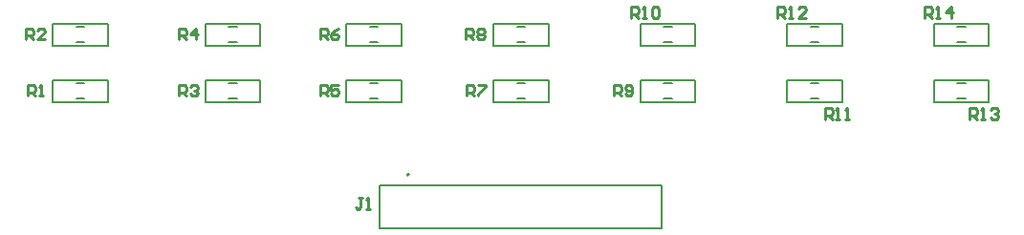
<source format=gto>
G04*
G04 #@! TF.GenerationSoftware,Altium Limited,Altium Designer,24.1.2 (44)*
G04*
G04 Layer_Color=65535*
%FSTAX44Y44*%
%MOMM*%
G71*
G04*
G04 #@! TF.SameCoordinates,3538205F-3925-4055-AE4A-FF41BFCD8782*
G04*
G04*
G04 #@! TF.FilePolarity,Positive*
G04*
G01*
G75*
%ADD10C,0.2000*%
%ADD11C,0.1270*%
%ADD12C,0.2540*%
D10*
X00451Y00096D02*
G03*
X00451Y00096I-00001J0D01*
G01*
X00785616Y00210094D02*
Y00222032D01*
Y00210094D02*
X00834384D01*
Y00229906D01*
X00806444Y00226604D02*
X00813556D01*
X00806444Y00213142D02*
X00813556D01*
X00785616Y00229906D02*
X00834384D01*
X00785616Y00222032D02*
Y00229906D01*
Y00160094D02*
Y00172032D01*
Y00160094D02*
X00834384D01*
Y00179906D01*
X00806444Y00176604D02*
X00813556D01*
X00806444Y00163142D02*
X00813556D01*
X00785616Y00179906D02*
X00834384D01*
X00785616Y00172032D02*
Y00179906D01*
X00135616Y00210094D02*
Y00222032D01*
Y00210094D02*
X00184384D01*
Y00229906D01*
X00156444Y00226604D02*
X00163556D01*
X00156444Y00213142D02*
X00163556D01*
X00135616Y00229906D02*
X00184384D01*
X00135616Y00222032D02*
Y00229906D01*
X00270616Y00160094D02*
Y00172032D01*
Y00160094D02*
X00319384D01*
Y00179906D01*
X00291444Y00176604D02*
X00298556D01*
X00291444Y00163142D02*
X00298556D01*
X00270616Y00179906D02*
X00319384D01*
X00270616Y00172032D02*
Y00179906D01*
Y00210094D02*
Y00222032D01*
Y00210094D02*
X00319384D01*
Y00229906D01*
X00291444Y00226604D02*
X00298556D01*
X00291444Y00213142D02*
X00298556D01*
X00270616Y00229906D02*
X00319384D01*
X00270616Y00222032D02*
Y00229906D01*
X00915616Y00210094D02*
Y00222032D01*
Y00210094D02*
X00964384D01*
Y00229906D01*
X00936444Y00226604D02*
X00943556D01*
X00936444Y00213142D02*
X00943556D01*
X00915616Y00229906D02*
X00964384D01*
X00915616Y00222032D02*
Y00229906D01*
Y00160094D02*
Y00172032D01*
Y00160094D02*
X00964384D01*
Y00179906D01*
X00936444Y00176604D02*
X00943556D01*
X00936444Y00163142D02*
X00943556D01*
X00915616Y00179906D02*
X00964384D01*
X00915616Y00172032D02*
Y00179906D01*
X00655616Y00210094D02*
Y00222032D01*
Y00210094D02*
X00704384D01*
Y00229906D01*
X00676444Y00226604D02*
X00683556D01*
X00676444Y00213142D02*
X00683556D01*
X00655616Y00229906D02*
X00704384D01*
X00655616Y00222032D02*
Y00229906D01*
X00655616Y00160094D02*
Y00172032D01*
Y00160094D02*
X00704384D01*
Y00179906D01*
X00676444Y00176604D02*
X00683556D01*
X00676444Y00163142D02*
X00683556D01*
X00655616Y00179906D02*
X00704384D01*
X00655616Y00172032D02*
Y00179906D01*
X00525616Y00210094D02*
Y00222032D01*
Y00210094D02*
X00574384D01*
Y00229906D01*
X00546444Y00226604D02*
X00553556D01*
X00546444Y00213142D02*
X00553556D01*
X00525616Y00229906D02*
X00574384D01*
X00525616Y00222032D02*
Y00229906D01*
Y00160094D02*
Y00172032D01*
Y00160094D02*
X00574384D01*
Y00179906D01*
X00546444Y00176604D02*
X00553556D01*
X00546444Y00163142D02*
X00553556D01*
X00525616Y00179906D02*
X00574384D01*
X00525616Y00172032D02*
Y00179906D01*
X00395616Y00210094D02*
Y00222032D01*
Y00210094D02*
X00444384D01*
Y00229906D01*
X00416444Y00226604D02*
X00423556D01*
X00416444Y00213142D02*
X00423556D01*
X00395616Y00229906D02*
X00444384D01*
X00395616Y00222032D02*
Y00229906D01*
Y00160094D02*
Y00172032D01*
Y00160094D02*
X00444384D01*
Y00179906D01*
X00416444Y00176604D02*
X00423556D01*
X00416444Y00163142D02*
X00423556D01*
X00395616Y00179906D02*
X00444384D01*
X00395616Y00172032D02*
Y00179906D01*
X00135616Y00160094D02*
Y00172032D01*
Y00160094D02*
X00184384D01*
Y00179906D01*
X00156444Y00176604D02*
X00163556D01*
X00156444Y00163142D02*
X00163556D01*
X00135616Y00179906D02*
X00184384D01*
X00135616Y00172032D02*
Y00179906D01*
D11*
X00425Y00048D02*
Y00086D01*
X00675D01*
Y00048D02*
Y00086D01*
X00425Y00048D02*
X00675D01*
D12*
X00907504Y00235002D02*
Y00244998D01*
X00912502D01*
X00914168Y00243332D01*
Y0024D01*
X00912502Y00238334D01*
X00907504D01*
X00910836D02*
X00914168Y00235002D01*
X00917501D02*
X00920833D01*
X00919167D01*
Y00244998D01*
X00917501Y00243332D01*
X0093083Y00235002D02*
Y00244998D01*
X00925831Y0024D01*
X00932496D01*
X00947504Y00145002D02*
Y00154998D01*
X00952502D01*
X00954169Y00153332D01*
Y0015D01*
X00952502Y00148334D01*
X00947504D01*
X00950836D02*
X00954169Y00145002D01*
X00957501D02*
X00960833D01*
X00959167D01*
Y00154998D01*
X00957501Y00153332D01*
X00965832D02*
X00967498Y00154998D01*
X0097083D01*
X00972496Y00153332D01*
Y00151666D01*
X0097083Y0015D01*
X00969164D01*
X0097083D01*
X00972496Y00148334D01*
Y00146668D01*
X0097083Y00145002D01*
X00967498D01*
X00965832Y00146668D01*
X00777504Y00235002D02*
Y00244998D01*
X00782502D01*
X00784168Y00243332D01*
Y0024D01*
X00782502Y00238334D01*
X00777504D01*
X00780836D02*
X00784168Y00235002D01*
X00787501D02*
X00790833D01*
X00789167D01*
Y00244998D01*
X00787501Y00243332D01*
X00802496Y00235002D02*
X00795832D01*
X00802496Y00241666D01*
Y00243332D01*
X0080083Y00244998D01*
X00797498D01*
X00795832Y00243332D01*
X0081917Y00145002D02*
Y00154998D01*
X00824169D01*
X00825835Y00153332D01*
Y0015D01*
X00824169Y00148334D01*
X0081917D01*
X00822502D02*
X00825835Y00145002D01*
X00829167D02*
X00832499D01*
X00830833D01*
Y00154998D01*
X00829167Y00153332D01*
X00837498Y00145002D02*
X0084083D01*
X00839164D01*
Y00154998D01*
X00837498Y00153332D01*
X00647504Y00235002D02*
Y00244998D01*
X00652502D01*
X00654168Y00243332D01*
Y0024D01*
X00652502Y00238334D01*
X00647504D01*
X00650836D02*
X00654168Y00235002D01*
X00657501D02*
X00660833D01*
X00659167D01*
Y00244998D01*
X00657501Y00243332D01*
X00665832D02*
X00667498Y00244998D01*
X0067083D01*
X00672496Y00243332D01*
Y00236668D01*
X0067083Y00235002D01*
X00667498D01*
X00665832Y00236668D01*
Y00243332D01*
X00632125Y0016561D02*
Y00175606D01*
X00637124D01*
X0063879Y0017394D01*
Y00170608D01*
X00637124Y00168942D01*
X00632125D01*
X00635458D02*
X0063879Y0016561D01*
X00642122Y00167276D02*
X00643788Y0016561D01*
X00647121D01*
X00648787Y00167276D01*
Y0017394D01*
X00647121Y00175606D01*
X00643788D01*
X00642122Y0017394D01*
Y00172274D01*
X00643788Y00170608D01*
X00648787D01*
X00501125Y0021561D02*
Y00225606D01*
X00506124D01*
X0050779Y0022394D01*
Y00220608D01*
X00506124Y00218942D01*
X00501125D01*
X00504458D02*
X0050779Y0021561D01*
X00511122Y0022394D02*
X00512788Y00225606D01*
X0051612D01*
X00517787Y0022394D01*
Y00222274D01*
X0051612Y00220608D01*
X00517787Y00218942D01*
Y00217276D01*
X0051612Y0021561D01*
X00512788D01*
X00511122Y00217276D01*
Y00218942D01*
X00512788Y00220608D01*
X00511122Y00222274D01*
Y0022394D01*
X00512788Y00220608D02*
X0051612D01*
X00502125Y0016561D02*
Y00175606D01*
X00507124D01*
X0050879Y0017394D01*
Y00170608D01*
X00507124Y00168942D01*
X00502125D01*
X00505458D02*
X0050879Y0016561D01*
X00512122Y00175606D02*
X00518787D01*
Y0017394D01*
X00512122Y00167276D01*
Y0016561D01*
X00372125Y0021561D02*
Y00225606D01*
X00377124D01*
X0037879Y0022394D01*
Y00220608D01*
X00377124Y00218942D01*
X00372125D01*
X00375458D02*
X0037879Y0021561D01*
X00388787Y00225606D02*
X00385454Y0022394D01*
X00382122Y00220608D01*
Y00217276D01*
X00383788Y0021561D01*
X00387121D01*
X00388787Y00217276D01*
Y00218942D01*
X00387121Y00220608D01*
X00382122D01*
X00372125Y0016561D02*
Y00175606D01*
X00377124D01*
X0037879Y0017394D01*
Y00170608D01*
X00377124Y00168942D01*
X00372125D01*
X00375458D02*
X0037879Y0016561D01*
X00388787Y00175606D02*
X00382122D01*
Y00170608D01*
X00385454Y00172274D01*
X00387121D01*
X00388787Y00170608D01*
Y00167276D01*
X00387121Y0016561D01*
X00383788D01*
X00382122Y00167276D01*
X00247125Y00215609D02*
Y00225606D01*
X00252124D01*
X0025379Y0022394D01*
Y00220608D01*
X00252124Y00218942D01*
X00247125D01*
X00250457D02*
X0025379Y00215609D01*
X0026212D02*
Y00225606D01*
X00257122Y00220608D01*
X00263786D01*
X00247125Y00165609D02*
Y00175606D01*
X00252124D01*
X0025379Y0017394D01*
Y00170608D01*
X00252124Y00168942D01*
X00247125D01*
X00250457D02*
X0025379Y00165609D01*
X00257122Y0017394D02*
X00258788Y00175606D01*
X0026212D01*
X00263786Y0017394D01*
Y00172274D01*
X0026212Y00170608D01*
X00260454D01*
X0026212D01*
X00263786Y00168942D01*
Y00167276D01*
X0026212Y00165609D01*
X00258788D01*
X00257122Y00167276D01*
X00111625Y0021561D02*
Y00225606D01*
X00116624D01*
X0011829Y0022394D01*
Y00220608D01*
X00116624Y00218942D01*
X00111625D01*
X00114958D02*
X0011829Y0021561D01*
X00128287D02*
X00121622D01*
X00128287Y00222274D01*
Y0022394D01*
X00126621Y00225606D01*
X00123288D01*
X00121622Y0022394D01*
X00113292Y0016561D02*
Y00175606D01*
X0011829D01*
X00119956Y0017394D01*
Y00170608D01*
X0011829Y00168942D01*
X00113292D01*
X00116624D02*
X00119956Y0016561D01*
X00123288D02*
X00126621D01*
X00124954D01*
Y00175606D01*
X00123288Y0017394D01*
X0041Y00074998D02*
X00406668D01*
X00408334D01*
Y00066668D01*
X00406668Y00065002D01*
X00405002D01*
X00403335Y00066668D01*
X00413332Y00065002D02*
X00416665D01*
X00414998D01*
Y00074998D01*
X00413332Y00073332D01*
M02*

</source>
